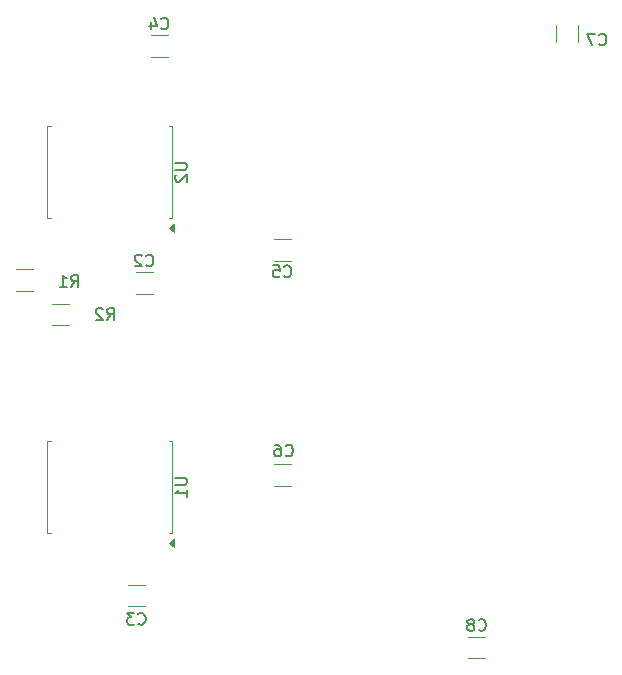
<source format=gbo>
%TF.GenerationSoftware,KiCad,Pcbnew,7.0.11+dfsg-1build4*%
%TF.CreationDate,2025-09-15T10:53:29+02:00*%
%TF.ProjectId,upp10a3v1.1,75707031-3061-4337-9631-2e312e6b6963,rev?*%
%TF.SameCoordinates,Original*%
%TF.FileFunction,Legend,Bot*%
%TF.FilePolarity,Positive*%
%FSLAX46Y46*%
G04 Gerber Fmt 4.6, Leading zero omitted, Abs format (unit mm)*
G04 Created by KiCad (PCBNEW 7.0.11+dfsg-1build4) date 2025-09-15 10:53:29*
%MOMM*%
%LPD*%
G01*
G04 APERTURE LIST*
%ADD10C,0.150000*%
%ADD11C,0.120000*%
G04 APERTURE END LIST*
D10*
X72864819Y-90678095D02*
X73674342Y-90678095D01*
X73674342Y-90678095D02*
X73769580Y-90725714D01*
X73769580Y-90725714D02*
X73817200Y-90773333D01*
X73817200Y-90773333D02*
X73864819Y-90868571D01*
X73864819Y-90868571D02*
X73864819Y-91059047D01*
X73864819Y-91059047D02*
X73817200Y-91154285D01*
X73817200Y-91154285D02*
X73769580Y-91201904D01*
X73769580Y-91201904D02*
X73674342Y-91249523D01*
X73674342Y-91249523D02*
X72864819Y-91249523D01*
X72960057Y-91678095D02*
X72912438Y-91725714D01*
X72912438Y-91725714D02*
X72864819Y-91820952D01*
X72864819Y-91820952D02*
X72864819Y-92059047D01*
X72864819Y-92059047D02*
X72912438Y-92154285D01*
X72912438Y-92154285D02*
X72960057Y-92201904D01*
X72960057Y-92201904D02*
X73055295Y-92249523D01*
X73055295Y-92249523D02*
X73150533Y-92249523D01*
X73150533Y-92249523D02*
X73293390Y-92201904D01*
X73293390Y-92201904D02*
X73864819Y-91630476D01*
X73864819Y-91630476D02*
X73864819Y-92249523D01*
X72864819Y-117348095D02*
X73674342Y-117348095D01*
X73674342Y-117348095D02*
X73769580Y-117395714D01*
X73769580Y-117395714D02*
X73817200Y-117443333D01*
X73817200Y-117443333D02*
X73864819Y-117538571D01*
X73864819Y-117538571D02*
X73864819Y-117729047D01*
X73864819Y-117729047D02*
X73817200Y-117824285D01*
X73817200Y-117824285D02*
X73769580Y-117871904D01*
X73769580Y-117871904D02*
X73674342Y-117919523D01*
X73674342Y-117919523D02*
X72864819Y-117919523D01*
X73864819Y-118919523D02*
X73864819Y-118348095D01*
X73864819Y-118633809D02*
X72864819Y-118633809D01*
X72864819Y-118633809D02*
X73007676Y-118538571D01*
X73007676Y-118538571D02*
X73102914Y-118443333D01*
X73102914Y-118443333D02*
X73150533Y-118348095D01*
X108751666Y-80623580D02*
X108799285Y-80671200D01*
X108799285Y-80671200D02*
X108942142Y-80718819D01*
X108942142Y-80718819D02*
X109037380Y-80718819D01*
X109037380Y-80718819D02*
X109180237Y-80671200D01*
X109180237Y-80671200D02*
X109275475Y-80575961D01*
X109275475Y-80575961D02*
X109323094Y-80480723D01*
X109323094Y-80480723D02*
X109370713Y-80290247D01*
X109370713Y-80290247D02*
X109370713Y-80147390D01*
X109370713Y-80147390D02*
X109323094Y-79956914D01*
X109323094Y-79956914D02*
X109275475Y-79861676D01*
X109275475Y-79861676D02*
X109180237Y-79766438D01*
X109180237Y-79766438D02*
X109037380Y-79718819D01*
X109037380Y-79718819D02*
X108942142Y-79718819D01*
X108942142Y-79718819D02*
X108799285Y-79766438D01*
X108799285Y-79766438D02*
X108751666Y-79814057D01*
X108418332Y-79718819D02*
X107751666Y-79718819D01*
X107751666Y-79718819D02*
X108180237Y-80718819D01*
X82081666Y-100253580D02*
X82129285Y-100301200D01*
X82129285Y-100301200D02*
X82272142Y-100348819D01*
X82272142Y-100348819D02*
X82367380Y-100348819D01*
X82367380Y-100348819D02*
X82510237Y-100301200D01*
X82510237Y-100301200D02*
X82605475Y-100205961D01*
X82605475Y-100205961D02*
X82653094Y-100110723D01*
X82653094Y-100110723D02*
X82700713Y-99920247D01*
X82700713Y-99920247D02*
X82700713Y-99777390D01*
X82700713Y-99777390D02*
X82653094Y-99586914D01*
X82653094Y-99586914D02*
X82605475Y-99491676D01*
X82605475Y-99491676D02*
X82510237Y-99396438D01*
X82510237Y-99396438D02*
X82367380Y-99348819D01*
X82367380Y-99348819D02*
X82272142Y-99348819D01*
X82272142Y-99348819D02*
X82129285Y-99396438D01*
X82129285Y-99396438D02*
X82081666Y-99444057D01*
X81176904Y-99348819D02*
X81653094Y-99348819D01*
X81653094Y-99348819D02*
X81700713Y-99825009D01*
X81700713Y-99825009D02*
X81653094Y-99777390D01*
X81653094Y-99777390D02*
X81557856Y-99729771D01*
X81557856Y-99729771D02*
X81319761Y-99729771D01*
X81319761Y-99729771D02*
X81224523Y-99777390D01*
X81224523Y-99777390D02*
X81176904Y-99825009D01*
X81176904Y-99825009D02*
X81129285Y-99920247D01*
X81129285Y-99920247D02*
X81129285Y-100158342D01*
X81129285Y-100158342D02*
X81176904Y-100253580D01*
X81176904Y-100253580D02*
X81224523Y-100301200D01*
X81224523Y-100301200D02*
X81319761Y-100348819D01*
X81319761Y-100348819D02*
X81557856Y-100348819D01*
X81557856Y-100348819D02*
X81653094Y-100301200D01*
X81653094Y-100301200D02*
X81700713Y-100253580D01*
X98553166Y-130208580D02*
X98600785Y-130256200D01*
X98600785Y-130256200D02*
X98743642Y-130303819D01*
X98743642Y-130303819D02*
X98838880Y-130303819D01*
X98838880Y-130303819D02*
X98981737Y-130256200D01*
X98981737Y-130256200D02*
X99076975Y-130160961D01*
X99076975Y-130160961D02*
X99124594Y-130065723D01*
X99124594Y-130065723D02*
X99172213Y-129875247D01*
X99172213Y-129875247D02*
X99172213Y-129732390D01*
X99172213Y-129732390D02*
X99124594Y-129541914D01*
X99124594Y-129541914D02*
X99076975Y-129446676D01*
X99076975Y-129446676D02*
X98981737Y-129351438D01*
X98981737Y-129351438D02*
X98838880Y-129303819D01*
X98838880Y-129303819D02*
X98743642Y-129303819D01*
X98743642Y-129303819D02*
X98600785Y-129351438D01*
X98600785Y-129351438D02*
X98553166Y-129399057D01*
X97981737Y-129732390D02*
X98076975Y-129684771D01*
X98076975Y-129684771D02*
X98124594Y-129637152D01*
X98124594Y-129637152D02*
X98172213Y-129541914D01*
X98172213Y-129541914D02*
X98172213Y-129494295D01*
X98172213Y-129494295D02*
X98124594Y-129399057D01*
X98124594Y-129399057D02*
X98076975Y-129351438D01*
X98076975Y-129351438D02*
X97981737Y-129303819D01*
X97981737Y-129303819D02*
X97791261Y-129303819D01*
X97791261Y-129303819D02*
X97696023Y-129351438D01*
X97696023Y-129351438D02*
X97648404Y-129399057D01*
X97648404Y-129399057D02*
X97600785Y-129494295D01*
X97600785Y-129494295D02*
X97600785Y-129541914D01*
X97600785Y-129541914D02*
X97648404Y-129637152D01*
X97648404Y-129637152D02*
X97696023Y-129684771D01*
X97696023Y-129684771D02*
X97791261Y-129732390D01*
X97791261Y-129732390D02*
X97981737Y-129732390D01*
X97981737Y-129732390D02*
X98076975Y-129780009D01*
X98076975Y-129780009D02*
X98124594Y-129827628D01*
X98124594Y-129827628D02*
X98172213Y-129922866D01*
X98172213Y-129922866D02*
X98172213Y-130113342D01*
X98172213Y-130113342D02*
X98124594Y-130208580D01*
X98124594Y-130208580D02*
X98076975Y-130256200D01*
X98076975Y-130256200D02*
X97981737Y-130303819D01*
X97981737Y-130303819D02*
X97791261Y-130303819D01*
X97791261Y-130303819D02*
X97696023Y-130256200D01*
X97696023Y-130256200D02*
X97648404Y-130208580D01*
X97648404Y-130208580D02*
X97600785Y-130113342D01*
X97600785Y-130113342D02*
X97600785Y-129922866D01*
X97600785Y-129922866D02*
X97648404Y-129827628D01*
X97648404Y-129827628D02*
X97696023Y-129780009D01*
X97696023Y-129780009D02*
X97791261Y-129732390D01*
X67095666Y-103959819D02*
X67428999Y-103483628D01*
X67667094Y-103959819D02*
X67667094Y-102959819D01*
X67667094Y-102959819D02*
X67286142Y-102959819D01*
X67286142Y-102959819D02*
X67190904Y-103007438D01*
X67190904Y-103007438D02*
X67143285Y-103055057D01*
X67143285Y-103055057D02*
X67095666Y-103150295D01*
X67095666Y-103150295D02*
X67095666Y-103293152D01*
X67095666Y-103293152D02*
X67143285Y-103388390D01*
X67143285Y-103388390D02*
X67190904Y-103436009D01*
X67190904Y-103436009D02*
X67286142Y-103483628D01*
X67286142Y-103483628D02*
X67667094Y-103483628D01*
X66714713Y-103055057D02*
X66667094Y-103007438D01*
X66667094Y-103007438D02*
X66571856Y-102959819D01*
X66571856Y-102959819D02*
X66333761Y-102959819D01*
X66333761Y-102959819D02*
X66238523Y-103007438D01*
X66238523Y-103007438D02*
X66190904Y-103055057D01*
X66190904Y-103055057D02*
X66143285Y-103150295D01*
X66143285Y-103150295D02*
X66143285Y-103245533D01*
X66143285Y-103245533D02*
X66190904Y-103388390D01*
X66190904Y-103388390D02*
X66762332Y-103959819D01*
X66762332Y-103959819D02*
X66143285Y-103959819D01*
X82208666Y-115421580D02*
X82256285Y-115469200D01*
X82256285Y-115469200D02*
X82399142Y-115516819D01*
X82399142Y-115516819D02*
X82494380Y-115516819D01*
X82494380Y-115516819D02*
X82637237Y-115469200D01*
X82637237Y-115469200D02*
X82732475Y-115373961D01*
X82732475Y-115373961D02*
X82780094Y-115278723D01*
X82780094Y-115278723D02*
X82827713Y-115088247D01*
X82827713Y-115088247D02*
X82827713Y-114945390D01*
X82827713Y-114945390D02*
X82780094Y-114754914D01*
X82780094Y-114754914D02*
X82732475Y-114659676D01*
X82732475Y-114659676D02*
X82637237Y-114564438D01*
X82637237Y-114564438D02*
X82494380Y-114516819D01*
X82494380Y-114516819D02*
X82399142Y-114516819D01*
X82399142Y-114516819D02*
X82256285Y-114564438D01*
X82256285Y-114564438D02*
X82208666Y-114612057D01*
X81351523Y-114516819D02*
X81541999Y-114516819D01*
X81541999Y-114516819D02*
X81637237Y-114564438D01*
X81637237Y-114564438D02*
X81684856Y-114612057D01*
X81684856Y-114612057D02*
X81780094Y-114754914D01*
X81780094Y-114754914D02*
X81827713Y-114945390D01*
X81827713Y-114945390D02*
X81827713Y-115326342D01*
X81827713Y-115326342D02*
X81780094Y-115421580D01*
X81780094Y-115421580D02*
X81732475Y-115469200D01*
X81732475Y-115469200D02*
X81637237Y-115516819D01*
X81637237Y-115516819D02*
X81446761Y-115516819D01*
X81446761Y-115516819D02*
X81351523Y-115469200D01*
X81351523Y-115469200D02*
X81303904Y-115421580D01*
X81303904Y-115421580D02*
X81256285Y-115326342D01*
X81256285Y-115326342D02*
X81256285Y-115088247D01*
X81256285Y-115088247D02*
X81303904Y-114993009D01*
X81303904Y-114993009D02*
X81351523Y-114945390D01*
X81351523Y-114945390D02*
X81446761Y-114897771D01*
X81446761Y-114897771D02*
X81637237Y-114897771D01*
X81637237Y-114897771D02*
X81732475Y-114945390D01*
X81732475Y-114945390D02*
X81780094Y-114993009D01*
X81780094Y-114993009D02*
X81827713Y-115088247D01*
X69737266Y-129670980D02*
X69784885Y-129718600D01*
X69784885Y-129718600D02*
X69927742Y-129766219D01*
X69927742Y-129766219D02*
X70022980Y-129766219D01*
X70022980Y-129766219D02*
X70165837Y-129718600D01*
X70165837Y-129718600D02*
X70261075Y-129623361D01*
X70261075Y-129623361D02*
X70308694Y-129528123D01*
X70308694Y-129528123D02*
X70356313Y-129337647D01*
X70356313Y-129337647D02*
X70356313Y-129194790D01*
X70356313Y-129194790D02*
X70308694Y-129004314D01*
X70308694Y-129004314D02*
X70261075Y-128909076D01*
X70261075Y-128909076D02*
X70165837Y-128813838D01*
X70165837Y-128813838D02*
X70022980Y-128766219D01*
X70022980Y-128766219D02*
X69927742Y-128766219D01*
X69927742Y-128766219D02*
X69784885Y-128813838D01*
X69784885Y-128813838D02*
X69737266Y-128861457D01*
X69403932Y-128766219D02*
X68784885Y-128766219D01*
X68784885Y-128766219D02*
X69118218Y-129147171D01*
X69118218Y-129147171D02*
X68975361Y-129147171D01*
X68975361Y-129147171D02*
X68880123Y-129194790D01*
X68880123Y-129194790D02*
X68832504Y-129242409D01*
X68832504Y-129242409D02*
X68784885Y-129337647D01*
X68784885Y-129337647D02*
X68784885Y-129575742D01*
X68784885Y-129575742D02*
X68832504Y-129670980D01*
X68832504Y-129670980D02*
X68880123Y-129718600D01*
X68880123Y-129718600D02*
X68975361Y-129766219D01*
X68975361Y-129766219D02*
X69261075Y-129766219D01*
X69261075Y-129766219D02*
X69356313Y-129718600D01*
X69356313Y-129718600D02*
X69403932Y-129670980D01*
X64047666Y-101165819D02*
X64380999Y-100689628D01*
X64619094Y-101165819D02*
X64619094Y-100165819D01*
X64619094Y-100165819D02*
X64238142Y-100165819D01*
X64238142Y-100165819D02*
X64142904Y-100213438D01*
X64142904Y-100213438D02*
X64095285Y-100261057D01*
X64095285Y-100261057D02*
X64047666Y-100356295D01*
X64047666Y-100356295D02*
X64047666Y-100499152D01*
X64047666Y-100499152D02*
X64095285Y-100594390D01*
X64095285Y-100594390D02*
X64142904Y-100642009D01*
X64142904Y-100642009D02*
X64238142Y-100689628D01*
X64238142Y-100689628D02*
X64619094Y-100689628D01*
X63095285Y-101165819D02*
X63666713Y-101165819D01*
X63380999Y-101165819D02*
X63380999Y-100165819D01*
X63380999Y-100165819D02*
X63476237Y-100308676D01*
X63476237Y-100308676D02*
X63571475Y-100403914D01*
X63571475Y-100403914D02*
X63666713Y-100451533D01*
X71667666Y-79281580D02*
X71715285Y-79329200D01*
X71715285Y-79329200D02*
X71858142Y-79376819D01*
X71858142Y-79376819D02*
X71953380Y-79376819D01*
X71953380Y-79376819D02*
X72096237Y-79329200D01*
X72096237Y-79329200D02*
X72191475Y-79233961D01*
X72191475Y-79233961D02*
X72239094Y-79138723D01*
X72239094Y-79138723D02*
X72286713Y-78948247D01*
X72286713Y-78948247D02*
X72286713Y-78805390D01*
X72286713Y-78805390D02*
X72239094Y-78614914D01*
X72239094Y-78614914D02*
X72191475Y-78519676D01*
X72191475Y-78519676D02*
X72096237Y-78424438D01*
X72096237Y-78424438D02*
X71953380Y-78376819D01*
X71953380Y-78376819D02*
X71858142Y-78376819D01*
X71858142Y-78376819D02*
X71715285Y-78424438D01*
X71715285Y-78424438D02*
X71667666Y-78472057D01*
X70810523Y-78710152D02*
X70810523Y-79376819D01*
X71048618Y-78329200D02*
X71286713Y-79043485D01*
X71286713Y-79043485D02*
X70667666Y-79043485D01*
X70397666Y-99347580D02*
X70445285Y-99395200D01*
X70445285Y-99395200D02*
X70588142Y-99442819D01*
X70588142Y-99442819D02*
X70683380Y-99442819D01*
X70683380Y-99442819D02*
X70826237Y-99395200D01*
X70826237Y-99395200D02*
X70921475Y-99299961D01*
X70921475Y-99299961D02*
X70969094Y-99204723D01*
X70969094Y-99204723D02*
X71016713Y-99014247D01*
X71016713Y-99014247D02*
X71016713Y-98871390D01*
X71016713Y-98871390D02*
X70969094Y-98680914D01*
X70969094Y-98680914D02*
X70921475Y-98585676D01*
X70921475Y-98585676D02*
X70826237Y-98490438D01*
X70826237Y-98490438D02*
X70683380Y-98442819D01*
X70683380Y-98442819D02*
X70588142Y-98442819D01*
X70588142Y-98442819D02*
X70445285Y-98490438D01*
X70445285Y-98490438D02*
X70397666Y-98538057D01*
X70016713Y-98538057D02*
X69969094Y-98490438D01*
X69969094Y-98490438D02*
X69873856Y-98442819D01*
X69873856Y-98442819D02*
X69635761Y-98442819D01*
X69635761Y-98442819D02*
X69540523Y-98490438D01*
X69540523Y-98490438D02*
X69492904Y-98538057D01*
X69492904Y-98538057D02*
X69445285Y-98633295D01*
X69445285Y-98633295D02*
X69445285Y-98728533D01*
X69445285Y-98728533D02*
X69492904Y-98871390D01*
X69492904Y-98871390D02*
X70064332Y-99442819D01*
X70064332Y-99442819D02*
X69445285Y-99442819D01*
D11*
%TO.C,U2*%
X62050000Y-91440000D02*
X62050000Y-87580000D01*
X62050000Y-87580000D02*
X62305000Y-87580000D01*
X62050000Y-91440000D02*
X62050000Y-95300000D01*
X62050000Y-95300000D02*
X62305000Y-95300000D01*
X72570000Y-91440000D02*
X72570000Y-87580000D01*
X72570000Y-87580000D02*
X72315000Y-87580000D01*
X72570000Y-91440000D02*
X72570000Y-95300000D01*
X72570000Y-95300000D02*
X72315000Y-95300000D01*
X72785000Y-96492500D02*
X72315000Y-96152500D01*
X72785000Y-95812500D01*
X72785000Y-96492500D01*
G36*
X72785000Y-96492500D02*
G01*
X72315000Y-96152500D01*
X72785000Y-95812500D01*
X72785000Y-96492500D01*
G37*
%TO.C,U1*%
X62050000Y-118110000D02*
X62050000Y-114250000D01*
X62050000Y-114250000D02*
X62305000Y-114250000D01*
X62050000Y-118110000D02*
X62050000Y-121970000D01*
X62050000Y-121970000D02*
X62305000Y-121970000D01*
X72570000Y-118110000D02*
X72570000Y-114250000D01*
X72570000Y-114250000D02*
X72315000Y-114250000D01*
X72570000Y-118110000D02*
X72570000Y-121970000D01*
X72570000Y-121970000D02*
X72315000Y-121970000D01*
X72785000Y-123162500D02*
X72315000Y-122822500D01*
X72785000Y-122482500D01*
X72785000Y-123162500D01*
G36*
X72785000Y-123162500D02*
G01*
X72315000Y-122822500D01*
X72785000Y-122482500D01*
X72785000Y-123162500D01*
G37*
%TO.C,C7*%
X105135000Y-80428752D02*
X105135000Y-79006248D01*
X106955000Y-80428752D02*
X106955000Y-79006248D01*
%TO.C,C5*%
X81203748Y-97134000D02*
X82626252Y-97134000D01*
X81203748Y-98954000D02*
X82626252Y-98954000D01*
%TO.C,C8*%
X99097752Y-132609000D02*
X97675248Y-132609000D01*
X99097752Y-130789000D02*
X97675248Y-130789000D01*
%TO.C,R2*%
X62391936Y-102595000D02*
X63846064Y-102595000D01*
X62391936Y-104415000D02*
X63846064Y-104415000D01*
%TO.C,C6*%
X81203748Y-116184000D02*
X82626252Y-116184000D01*
X81203748Y-118004000D02*
X82626252Y-118004000D01*
%TO.C,C3*%
X70281852Y-128189400D02*
X68859348Y-128189400D01*
X70281852Y-126369400D02*
X68859348Y-126369400D01*
%TO.C,R1*%
X59343936Y-99674000D02*
X60798064Y-99674000D01*
X59343936Y-101494000D02*
X60798064Y-101494000D01*
%TO.C,C4*%
X72212252Y-81682000D02*
X70789748Y-81682000D01*
X72212252Y-79862000D02*
X70789748Y-79862000D01*
%TO.C,C2*%
X70942252Y-101748000D02*
X69519748Y-101748000D01*
X70942252Y-99928000D02*
X69519748Y-99928000D01*
%TD*%
M02*

</source>
